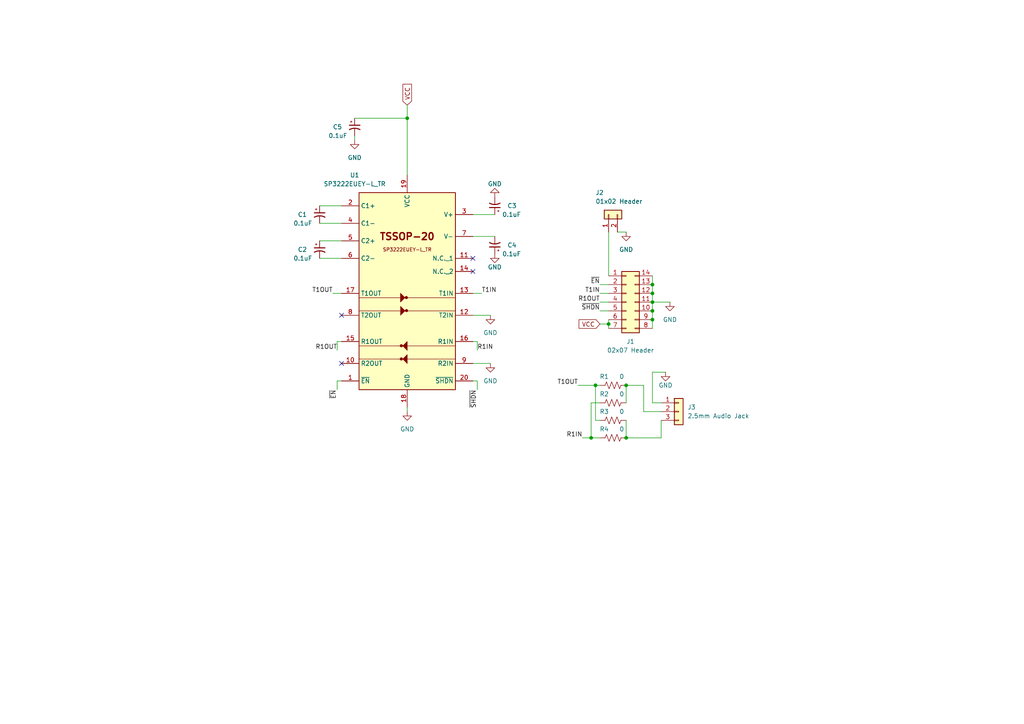
<source format=kicad_sch>
(kicad_sch (version 20230121) (generator eeschema)
  (paper "A4")
  (title_block (title "Little Master Board") (date "2023-09-20") (rev "A") (company "The Ohio State Univiersity") (comment 1 "Author: Dennis H. Calderon"))
  (lib_symbols
    (symbol "Connector_Generic:Conn_01x02" (pin_names (offset 1.016) hide)
      (property "Reference" "J" (at 0 2.54 0))
      (property "Value" "Conn_01x02" (at 0 -5.08 0))
      (symbol "Conn_01x02_1_1"
        (rectangle (start -1.27 -2.413) (end 0 -2.667) (stroke (width 0.1524)))
        (rectangle (start -1.27 0.127) (end 0 -0.127) (stroke (width 0.1524)))
        (rectangle (start -1.27 1.27) (end 1.27 -3.81) (stroke (width 0.254)) (fill (type background)))
        (pin passive line (at -5.08 0 0) (length 3.81) (name "Pin_1") (number "1"))
        (pin passive line (at -5.08 -2.54 0) (length 3.81) (name "Pin_2") (number "2"))
      )
    )
    (symbol "Connector_Generic:Conn_01x03" (pin_names (offset 1.016) hide)
      (property "Reference" "J" (at 0 5.08 0))
      (property "Value" "Conn_01x03" (at 0 -5.08 0))
      (symbol "Conn_01x03_1_1"
        (rectangle (start -1.27 -2.413) (end 0 -2.667) (stroke (width 0.1524)))
        (rectangle (start -1.27 0.127) (end 0 -0.127) (stroke (width 0.1524)))
        (rectangle (start -1.27 2.667) (end 0 2.413) (stroke (width 0.1524)))
        (rectangle (start -1.27 3.81) (end 1.27 -3.81) (stroke (width 0.254)) (fill (type background)))
        (pin passive line (at -5.08 2.54 0) (length 3.81) (name "Pin_1") (number "1"))
        (pin passive line (at -5.08 0 0) (length 3.81) (name "Pin_2") (number "2"))
        (pin passive line (at -5.08 -2.54 0) (length 3.81) (name "Pin_3") (number "3"))
      )
    )
    (symbol "Connector_Generic:Conn_02x07_Counter_Clockwise" (pin_names (offset 1.016) hide)
      (property "Reference" "J" (at 1.27 10.16 0))
      (property "Value" "Conn_02x07_Counter_Clockwise" (at 1.27 -10.16 0))
      (symbol "Conn_02x07_Counter_Clockwise_1_1"
        (rectangle (start -1.27 -7.493) (end 0 -7.747) (stroke (width 0.1524)))
        (rectangle (start -1.27 -4.953) (end 0 -5.207) (stroke (width 0.1524)))
        (rectangle (start -1.27 -2.413) (end 0 -2.667) (stroke (width 0.1524)))
        (rectangle (start -1.27 0.127) (end 0 -0.127) (stroke (width 0.1524)))
        (rectangle (start -1.27 2.667) (end 0 2.413) (stroke (width 0.1524)))
        (rectangle (start -1.27 5.207) (end 0 4.953) (stroke (width 0.1524)))
        (rectangle (start -1.27 7.747) (end 0 7.493) (stroke (width 0.1524)))
        (rectangle (start -1.27 8.89) (end 3.81 -8.89) (stroke (width 0.254)) (fill (type background)))
        (rectangle (start 3.81 -7.493) (end 2.54 -7.747) (stroke (width 0.1524)))
        (rectangle (start 3.81 -4.953) (end 2.54 -5.207) (stroke (width 0.1524)))
        (rectangle (start 3.81 -2.413) (end 2.54 -2.667) (stroke (width 0.1524)))
        (rectangle (start 3.81 0.127) (end 2.54 -0.127) (stroke (width 0.1524)))
        (rectangle (start 3.81 2.667) (end 2.54 2.413) (stroke (width 0.1524)))
        (rectangle (start 3.81 5.207) (end 2.54 4.953) (stroke (width 0.1524)))
        (rectangle (start 3.81 7.747) (end 2.54 7.493) (stroke (width 0.1524)))
        (pin passive line (at -5.08 7.62 0) (length 3.81) (name "Pin_1") (number "1"))
        (pin passive line (at 7.62 -2.54 180) (length 3.81) (name "Pin_10") (number "10"))
        (pin passive line (at 7.62 0 180) (length 3.81) (name "Pin_11") (number "11"))
        (pin passive line (at 7.62 2.54 180) (length 3.81) (name "Pin_12") (number "12"))
        (pin passive line (at 7.62 5.08 180) (length 3.81) (name "Pin_13") (number "13"))
        (pin passive line (at 7.62 7.62 180) (length 3.81) (name "Pin_14") (number "14"))
        (pin passive line (at -5.08 5.08 0) (length 3.81) (name "Pin_2") (number "2"))
        (pin passive line (at -5.08 2.54 0) (length 3.81) (name "Pin_3") (number "3"))
        (pin passive line (at -5.08 0 0) (length 3.81) (name "Pin_4") (number "4"))
        (pin passive line (at -5.08 -2.54 0) (length 3.81) (name "Pin_5") (number "5"))
        (pin passive line (at -5.08 -5.08 0) (length 3.81) (name "Pin_6") (number "6"))
        (pin passive line (at -5.08 -7.62 0) (length 3.81) (name "Pin_7") (number "7"))
        (pin passive line (at 7.62 -7.62 180) (length 3.81) (name "Pin_8") (number "8"))
        (pin passive line (at 7.62 -5.08 180) (length 3.81) (name "Pin_9") (number "9"))
      )
    )
    (symbol "Device:C_Polarized_Small_US" (pin_numbers hide) (pin_names (offset 0.254) hide)
      (property "Reference" "C" (at 0.254 1.778 0))
      (property "Value" "C_Polarized_Small_US" (at 0.254 -2.032 0))
      (symbol "C_Polarized_Small_US_0_1"
        (polyline (pts (xy -1.524 0.508) (xy 1.524 0.508)) (stroke (width 0.3048)))
        (polyline (pts (xy -1.27 1.524) (xy -0.762 1.524)))
        (polyline (pts (xy -1.016 1.27) (xy -1.016 1.778)))
        (arc (start 1.524 -0.762) (mid 0 -0.3734) (end -1.524 -0.762) (stroke (width 0.3048)))
      )
      (symbol "C_Polarized_Small_US_1_1"
        (pin passive line (at 0 2.54 270) (length 2.032) (name "~") (number "1"))
        (pin passive line (at 0 -2.54 90) (length 2.032) (name "~") (number "2"))
      )
    )
    (symbol "Device:R_US" (pin_numbers hide) (pin_names (offset 0))
      (property "Reference" "R" (at 2.54 0 90))
      (property "Value" "R_US" (at -2.54 0 90))
      (symbol "R_US_0_1"
        (polyline (pts (xy 0 -2.286) (xy 0 -2.54)))
        (polyline (pts (xy 0 2.286) (xy 0 2.54)))
        (polyline (pts (xy 0 -0.762) (xy 1.016 -1.143) (xy 0 -1.524) (xy -1.016 -1.905) (xy 0 -2.286)))
        (polyline (pts (xy 0 0.762) (xy 1.016 0.381) (xy 0 0) (xy -1.016 -0.381) (xy 0 -0.762)))
        (polyline (pts (xy 0 2.286) (xy 1.016 1.905) (xy 0 1.524) (xy -1.016 1.143) (xy 0 0.762)))
      )
      (symbol "R_US_1_1"
        (pin passive line (at 0 3.81 270) (length 1.27) (name "~") (number "1"))
        (pin passive line (at 0 -3.81 90) (length 1.27) (name "~") (number "2"))
      )
    )
    (symbol "SP3222EUEY-L_TR:SP3222EUEY-L_TR"
      (property "Reference" "U1" (at -12.7 36.83 0))
      (property "Value" "SP3222EUEY-L_TR" (at -12.7 34.29 0))
      (symbol "SP3222EUEY-L_TR_1_1"
        (rectangle (start -13.97 30.48) (end 13.97 -26.67) (stroke (width 0.254)) (fill (type background)))
        (circle (center -1.7018 -17.7546) (radius 0.3698) (fill (type outline)))
        (circle (center -1.7018 -13.9192) (radius 0.3698) (fill (type outline)))
        (circle (center -0.254 0.0508) (radius 0.3698) (fill (type outline)))
        (circle (center -0.2032 -3.7338) (radius 0.3698) (fill (type outline)))
        (polyline (pts (xy -13.97 -17.78) (xy -2.54 -17.78)))
        (polyline (pts (xy -13.97 -13.97) (xy -2.54 -13.97)))
        (polyline (pts (xy -13.97 -3.81) (xy -1.27 -3.81)))
        (polyline (pts (xy -13.97 0) (xy -1.27 0)))
        (polyline (pts (xy -2.5146 -17.78) (xy -2.1082 -17.78)))
        (polyline (pts (xy -2.5146 -13.97) (xy -2.1082 -13.97)))
        (polyline (pts (xy 0 -3.81) (xy 13.97 -3.81)))
        (polyline (pts (xy 13.97 -17.78) (xy 0 -17.78)))
        (polyline (pts (xy 13.97 -13.97) (xy 0 -13.97)))
        (polyline (pts (xy 13.97 0) (xy 0 0)))
        (polyline (pts (xy -1.9558 1.2954) (xy -1.9558 -1.2446) (xy -0.6858 0.0254) (xy -1.9558 1.2954)) (fill (type outline)))
        (polyline (pts (xy -1.9304 -2.5146) (xy -1.9304 -5.0546) (xy -0.6604 -3.7846) (xy -1.9304 -2.5146)) (fill (type outline)))
        (polyline (pts (xy 0 -19.05) (xy 0 -16.51) (xy -1.27 -17.78) (xy 0 -19.05)) (fill (type outline)))
        (polyline (pts (xy 0 -15.24) (xy 0 -12.7) (xy -1.27 -13.97) (xy 0 -15.24)) (fill (type outline)))
        (text "SP3222EUEY-L_TR" (at 0 13.97 0) (effects (font (size 1 1))))
        (text "TSSOP-20" (at 0 17.78 0) (effects (font (size 2 2) bold)))
        (pin passive line (at -19.05 -24.13 0) (length 5.08) (name "~{EN}") (number "1"))
        (pin passive line (at -19.05 -19.05 0) (length 5.08) (name "R2OUT") (number "10"))
        (pin passive line (at 19.05 11.43 180) (length 5.08) (name "N.C._1") (number "11"))
        (pin passive line (at 19.05 -5.08 180) (length 5.08) (name "T2IN") (number "12"))
        (pin passive line (at 19.05 1.27 180) (length 5.08) (name "T1IN") (number "13"))
        (pin passive line (at 19.05 7.62 180) (length 5.08) (name "N.C._2") (number "14"))
        (pin passive line (at -19.05 -12.7 0) (length 5.08) (name "R1OUT") (number "15"))
        (pin passive line (at 19.05 -12.7 180) (length 5.08) (name "R1IN") (number "16"))
        (pin passive line (at -19.05 1.27 0) (length 5.08) (name "T1OUT") (number "17"))
        (pin passive line (at 0 -31.75 90) (length 5.08) (name "GND") (number "18"))
        (pin passive line (at 0 35.56 270) (length 5.08) (name "VCC") (number "19"))
        (pin passive line (at -19.05 26.67 0) (length 5.08) (name "C1+") (number "2"))
        (pin passive line (at 19.05 -24.13 180) (length 5.08) (name "~{SHDN}") (number "20"))
        (pin passive line (at 19.05 24.13 180) (length 5.08) (name "V+") (number "3"))
        (pin passive line (at -19.05 21.59 0) (length 5.08) (name "C1-") (number "4"))
        (pin passive line (at -19.05 16.51 0) (length 5.08) (name "C2+") (number "5"))
        (pin passive line (at -19.05 11.43 0) (length 5.08) (name "C2-") (number "6"))
        (pin passive line (at 19.05 17.78 180) (length 5.08) (name "V-") (number "7"))
        (pin passive line (at -19.05 -5.08 0) (length 5.08) (name "T2OUT") (number "8"))
        (pin passive line (at 19.05 -19.05 180) (length 5.08) (name "R2IN") (number "9"))
      )
    )
    (symbol "power:GND" (power) (pin_names (offset 0))
      (property "Value" "GND" (at 0 -3.81 0))
      (symbol "GND_0_1"
        (polyline (pts (xy 0 0) (xy 0 -1.27) (xy 1.27 -1.27) (xy 0 -2.54) (xy -1.27 -1.27) (xy 0 -1.27)))
      )
      (symbol "GND_1_1"
        (pin power_in line (at 0 0 270) (length 0) hide (name "GND") (number "1"))
      )
    )
  )
  (junction (at 189.23 87.63))
  (junction (at 189.23 92.71))
  (junction (at 172.72 111.76))
  (junction (at 189.23 85.09))
  (junction (at 189.23 82.55))
  (junction (at 189.23 90.17))
  (junction (at 171.45 127))
  (junction (at 181.61 111.76))
  (junction (at 118.11 34.29))
  (junction (at 176.53 93.98))
  (junction (at 181.61 127))
  (no_connect (at 99.06 91.44))
  (no_connect (at 137.16 78.74))
  (no_connect (at 137.16 74.93))
  (no_connect (at 99.06 105.41))
  (wire (pts (xy 171.45 127) (xy 173.99 127)))
  (wire (pts (xy 97.79 113.03) (xy 97.79 110.49)))
  (wire (pts (xy 176.53 93.98) (xy 176.53 95.25)))
  (wire (pts (xy 191.77 127) (xy 181.61 127)))
  (wire (pts (xy 189.23 82.55) (xy 189.23 85.09)))
  (wire (pts (xy 118.11 118.11) (xy 118.11 119.38)))
  (wire (pts (xy 191.77 116.84) (xy 189.23 116.84)))
  (wire (pts (xy 173.99 90.17) (xy 176.53 90.17)))
  (wire (pts (xy 173.99 93.98) (xy 176.53 93.98)))
  (wire (pts (xy 138.43 101.6) (xy 138.43 99.06)))
  (wire (pts (xy 138.43 110.49) (xy 137.16 110.49)))
  (wire (pts (xy 189.23 85.09) (xy 189.23 87.63)))
  (wire (pts (xy 168.91 127) (xy 171.45 127)))
  (wire (pts (xy 118.11 34.29) (xy 118.11 50.8)))
  (wire (pts (xy 173.99 87.63) (xy 176.53 87.63)))
  (wire (pts (xy 186.69 119.38) (xy 186.69 111.76)))
  (wire (pts (xy 171.45 116.84) (xy 171.45 127)))
  (wire (pts (xy 102.87 34.29) (xy 118.11 34.29)))
  (wire (pts (xy 97.79 101.6) (xy 97.79 99.06)))
  (wire (pts (xy 137.16 62.23) (xy 143.51 62.23)))
  (wire (pts (xy 191.77 119.38) (xy 186.69 119.38)))
  (wire (pts (xy 142.24 91.44) (xy 137.16 91.44)))
  (wire (pts (xy 176.53 92.71) (xy 176.53 93.98)))
  (wire (pts (xy 189.23 107.95) (xy 193.04 107.95)))
  (wire (pts (xy 92.71 59.69) (xy 99.06 59.69)))
  (wire (pts (xy 179.07 67.31) (xy 181.61 67.31)))
  (wire (pts (xy 137.16 68.58) (xy 143.51 68.58)))
  (wire (pts (xy 191.77 121.92) (xy 191.77 127)))
  (wire (pts (xy 172.72 121.92) (xy 173.99 121.92)))
  (wire (pts (xy 189.23 80.01) (xy 189.23 82.55)))
  (wire (pts (xy 118.11 30.48) (xy 118.11 34.29)))
  (wire (pts (xy 167.64 111.76) (xy 172.72 111.76)))
  (wire (pts (xy 139.7 85.09) (xy 137.16 85.09)))
  (wire (pts (xy 181.61 121.92) (xy 181.61 127)))
  (wire (pts (xy 102.87 39.37) (xy 102.87 40.64)))
  (wire (pts (xy 173.99 82.55) (xy 176.53 82.55)))
  (wire (pts (xy 96.52 85.09) (xy 99.06 85.09)))
  (wire (pts (xy 189.23 90.17) (xy 189.23 92.71)))
  (wire (pts (xy 92.71 69.85) (xy 99.06 69.85)))
  (wire (pts (xy 97.79 110.49) (xy 99.06 110.49)))
  (wire (pts (xy 97.79 99.06) (xy 99.06 99.06)))
  (wire (pts (xy 137.16 105.41) (xy 142.24 105.41)))
  (wire (pts (xy 92.71 74.93) (xy 99.06 74.93)))
  (wire (pts (xy 172.72 111.76) (xy 173.99 111.76)))
  (wire (pts (xy 138.43 113.03) (xy 138.43 110.49)))
  (wire (pts (xy 181.61 111.76) (xy 181.61 116.84)))
  (wire (pts (xy 172.72 111.76) (xy 172.72 121.92)))
  (wire (pts (xy 189.23 92.71) (xy 189.23 95.25)))
  (wire (pts (xy 189.23 116.84) (xy 189.23 107.95)))
  (wire (pts (xy 176.53 67.31) (xy 176.53 80.01)))
  (wire (pts (xy 173.99 85.09) (xy 176.53 85.09)))
  (wire (pts (xy 189.23 87.63) (xy 194.31 87.63)))
  (wire (pts (xy 138.43 99.06) (xy 137.16 99.06)))
  (wire (pts (xy 189.23 87.63) (xy 189.23 90.17)))
  (wire (pts (xy 186.69 111.76) (xy 181.61 111.76)))
  (wire (pts (xy 92.71 64.77) (xy 99.06 64.77)))
  (wire (pts (xy 173.99 116.84) (xy 171.45 116.84)))
  (label "T1OUT" (at 96.52 85.09 180))
  (label "~{EN}" (at 173.99 82.55 180))
  (label "~{SHDN}" (at 173.99 90.17 180))
  (label "T1IN" (at 139.7 85.09 0))
  (label "~{EN}" (at 97.79 113.03 270))
  (label "R1IN" (at 138.43 101.6 0))
  (label "T1OUT" (at 167.64 111.76 180))
  (label "R1OUT" (at 173.99 87.63 180))
  (label "R1IN" (at 168.91 127 180))
  (label "T1IN" (at 173.99 85.09 180))
  (label "R1OUT" (at 97.79 101.6 180))
  (label "~{SHDN}" (at 138.43 113.03 270))
  (global_label "VCC" (shape input) (at 173.99 93.98 180) (property "Intersheetrefs" "${INTERSHEET_REFS}" (effects hide)))
  (global_label "VCC" (shape input) (at 118.11 30.48 90) (property "Intersheetrefs" "${INTERSHEET_REFS}" (effects hide)))
  (symbol (lib_id "SP3222EUEY-L_TR:SP3222EUEY-L_TR") (at 118.11 86.36 0) (unit 1)
    (property "Reference" "U1" (at 102.87 50.8 0))
    (property "Value" "SP3222EUEY-L_TR" (at 102.87 53.34 0))
    (property "Footprint" "HELIX:SP3222EUEYLTR" (effects hide))
    (property "Datasheet" "https://componentsearchengine.com/Datasheets/1/SP3222EUEY-L_TR.pdf" (effects hide))
    (property "Height" "1.2" (effects hide))
    (property "Mouser Part Number" "701-SP3222EUEY-L/TR" (effects hide))
    (property "Mouser Price/Stock" "https://www.mouser.co.uk/ProductDetail/MaxLinear/SP3222EUEY-L-TR?qs=Hy8V1%2FADhVJCPI50%2F0eNxw%3D%3D" (effects hide))
    (property "Manufacturer_Name" "MaxLinear, Inc." (effects hide))
    (property "Manufacturer_Part_Number" "SP3222EUEY-L/TR" (effects hide))
  )
  (symbol (lib_id "power:GND") (at 181.61 67.31 0) (unit 1)
    (property "Reference" "#PWR07" (effects hide))
    (property "Value" "GND" (at 181.61 72.39 0))
  )
  (symbol (lib_id "power:GND") (at 118.11 119.38 0) (unit 1)
    (property "Reference" "#PWR03" (effects hide))
    (property "Value" "GND" (at 118.11 124.46 0))
  )
  (symbol (lib_id "Device:R_US") (at 177.8 111.76 90) (unit 1)
    (property "Reference" "R1" (at 175.26 109.22 90))
    (property "Value" "0" (at 180.34 109.22 90))
    (property "Footprint" "Resistor_SMD:R_0603_1608Metric" (effects hide))
  )
  (symbol (lib_id "Device:C_Polarized_Small_US") (at 102.87 36.83 0) (unit 1)
    (property "Reference" "C5" (at 96.52 36.83 0) (effects (justify left)))
    (property "Value" "0.1uF" (at 95.25 39.37 0) (effects (justify left)))
    (property "Footprint" "Capacitor_SMD:C_0402_1005Metric" (effects hide))
  )
  (symbol (lib_id "power:GND") (at 194.31 87.63 0) (unit 1)
    (property "Reference" "#PWR01" (effects hide))
    (property "Value" "GND" (at 194.31 92.71 0))
  )
  (symbol (lib_id "Device:R_US") (at 177.8 116.84 90) (unit 1)
    (property "Reference" "R2" (at 175.26 114.3 90))
    (property "Value" "0" (at 180.34 114.3 90))
    (property "Footprint" "Resistor_SMD:R_0603_1608Metric" (effects hide))
  )
  (symbol (lib_id "power:GND") (at 142.24 91.44 0) (unit 1)
    (property "Reference" "#PWR09" (effects hide))
    (property "Value" "GND" (at 142.24 96.52 0))
  )
  (symbol (lib_id "Connector_Generic:Conn_01x02") (at 176.53 62.23 90) (unit 1)
    (property "Reference" "J2" (at 172.72 55.88 90) (effects (justify right)))
    (property "Value" "01x02 Header" (at 172.72 58.42 90) (effects (justify right)))
    (property "Footprint" "Connector_PinHeader_2.54mm:PinHeader_1x02_P2.54mm_Vertical" (effects hide))
  )
  (symbol (lib_id "power:GND") (at 102.87 40.64 0) (unit 1)
    (property "Reference" "#PWR010" (effects hide))
    (property "Value" "GND" (at 102.87 45.72 0))
  )
  (symbol (lib_id "Device:C_Polarized_Small_US") (at 92.71 62.23 0) (unit 1)
    (property "Reference" "C1" (at 86.36 62.23 0) (effects (justify left)))
    (property "Value" "0.1uF" (at 85.09 64.77 0) (effects (justify left)))
    (property "Footprint" "Capacitor_SMD:C_0402_1005Metric" (effects hide))
  )
  (symbol (lib_id "Device:R_US") (at 177.8 127 90) (unit 1)
    (property "Reference" "R4" (at 175.26 124.46 90))
    (property "Value" "0" (at 180.34 124.46 90))
    (property "Footprint" "Resistor_SMD:R_0603_1608Metric" (effects hide))
  )
  (symbol (lib_id "power:GND") (at 142.24 105.41 0) (unit 1)
    (property "Reference" "#PWR06" (effects hide))
    (property "Value" "GND" (at 142.24 110.49 0))
  )
  (symbol (lib_id "Device:C_Polarized_Small_US") (at 92.71 72.39 0) (unit 1)
    (property "Reference" "C2" (at 86.36 72.39 0) (effects (justify left)))
    (property "Value" "0.1uF" (at 85.09 74.93 0) (effects (justify left)))
    (property "Footprint" "Capacitor_SMD:C_0402_1005Metric" (effects hide))
  )
  (symbol (lib_id "power:GND") (at 143.51 73.66 0) (unit 1)
    (property "Reference" "#PWR02" (effects hide))
    (property "Value" "GND" (at 143.51 77.47 0))
  )
  (symbol (lib_id "power:GND") (at 143.51 57.15 180) (unit 1)
    (property "Reference" "#PWR04" (effects hide))
    (property "Value" "GND" (at 143.51 53.34 0))
  )
  (symbol (lib_id "Device:C_Polarized_Small_US") (at 143.51 71.12 180) (unit 1)
    (property "Reference" "C4" (at 149.86 71.12 0) (effects (justify left)))
    (property "Value" "0.1uF" (at 151.13 73.66 0) (effects (justify left)))
    (property "Footprint" "Capacitor_SMD:C_0402_1005Metric" (effects hide))
  )
  (symbol (lib_id "Device:C_Polarized_Small_US") (at 143.51 59.69 180) (unit 1)
    (property "Reference" "C3" (at 149.86 59.69 0) (effects (justify left)))
    (property "Value" "0.1uF" (at 151.13 62.23 0) (effects (justify left)))
    (property "Footprint" "Capacitor_SMD:C_0402_1005Metric" (effects hide))
  )
  (symbol (lib_id "Device:R_US") (at 177.8 121.92 90) (unit 1)
    (property "Reference" "R3" (at 175.26 119.38 90))
    (property "Value" "0" (at 180.34 119.38 90))
    (property "Footprint" "Resistor_SMD:R_0603_1608Metric" (effects hide))
  )
  (symbol (lib_id "Connector_Generic:Conn_02x07_Counter_Clockwise") (at 181.61 87.63 0) (unit 1)
    (property "Reference" "J1" (at 182.88 99.06 0))
    (property "Value" "02x07 Header" (at 182.88 101.6 0))
    (property "Footprint" "Connector_PinHeader_2.54mm:PinHeader_2x07_P2.54mm_Vertical" (effects hide))
  )
  (symbol (lib_id "power:GND") (at 193.04 107.95 0) (unit 1)
    (property "Reference" "#PWR05" (effects hide))
    (property "Value" "GND" (at 193.04 111.76 0))
  )
  (symbol (lib_id "Connector_Generic:Conn_01x03") (at 196.85 119.38 0) (unit 1)
    (property "Reference" "J3" (at 199.39 118.11 0) (effects (justify left)))
    (property "Value" "2.5mm Audio Jack" (at 199.39 120.65 0) (effects (justify left)))
    (property "Footprint" "HELIX:SJ1-3513" (effects hide))
  )
)
</source>
